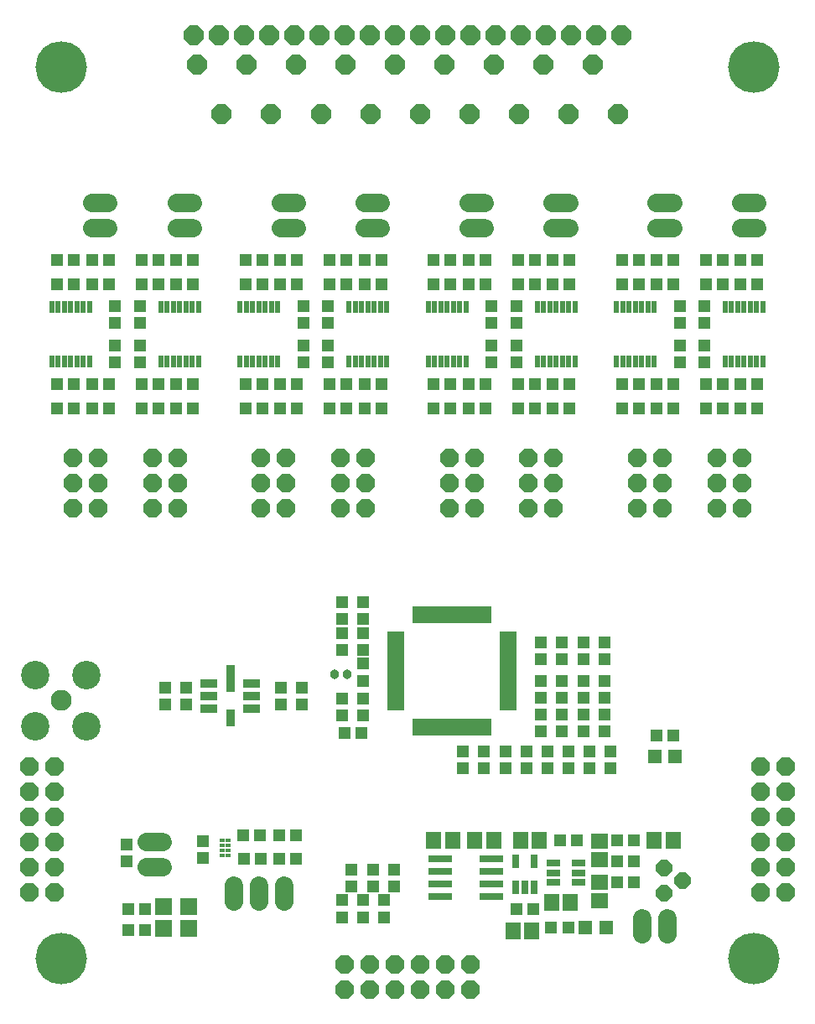
<source format=gbr>
G04 EAGLE Gerber RS-274X export*
G75*
%MOMM*%
%FSLAX34Y34*%
%LPD*%
%INSoldermask Top*%
%IPPOS*%
%AMOC8*
5,1,8,0,0,1.08239X$1,22.5*%
G01*
%ADD10C,5.203200*%
%ADD11R,1.203200X1.303200*%
%ADD12R,1.303200X1.203200*%
%ADD13R,0.503200X1.703200*%
%ADD14R,1.703200X0.503200*%
%ADD15P,1.979475X8X292.500000*%
%ADD16P,1.979475X8X112.500000*%
%ADD17R,0.508000X1.193800*%
%ADD18C,1.828800*%
%ADD19P,2.144431X8X22.500000*%
%ADD20R,1.803200X1.703200*%
%ADD21C,2.108200*%
%ADD22C,2.870200*%
%ADD23R,1.403200X0.753200*%
%ADD24R,0.753200X1.403200*%
%ADD25P,1.759533X8X292.500000*%
%ADD26R,1.503200X1.703200*%
%ADD27R,1.703200X1.503200*%
%ADD28P,1.979475X8X202.500000*%
%ADD29P,2.144431X8X112.500000*%
%ADD30R,1.403200X1.403200*%
%ADD31R,2.403200X0.803200*%
%ADD32R,0.903200X2.703200*%
%ADD33R,0.903200X1.803200*%
%ADD34R,1.703200X0.903200*%
%ADD35C,0.965200*%
%ADD36R,0.553200X0.453200*%


D10*
X50000Y50000D03*
X750000Y50000D03*
X750000Y950000D03*
X50000Y950000D03*
D11*
X577500Y296000D03*
X577500Y279000D03*
X556250Y296000D03*
X556250Y279000D03*
X535000Y296000D03*
X535000Y279000D03*
X333750Y378500D03*
X333750Y361500D03*
X355000Y378500D03*
X355000Y361500D03*
X333750Y392750D03*
X333750Y409750D03*
X355000Y392750D03*
X355000Y409750D03*
X598750Y351500D03*
X598750Y368500D03*
X577500Y351500D03*
X577500Y368500D03*
X535000Y351500D03*
X535000Y368500D03*
X556250Y351500D03*
X556250Y368500D03*
X535000Y329750D03*
X535000Y312750D03*
X556250Y329750D03*
X556250Y312750D03*
X355000Y312250D03*
X355000Y295250D03*
D12*
X353500Y277500D03*
X336500Y277500D03*
D11*
X598750Y329750D03*
X598750Y312750D03*
X577500Y329750D03*
X577500Y312750D03*
X333750Y312250D03*
X333750Y295250D03*
X355000Y347250D03*
X355000Y330250D03*
X598750Y296000D03*
X598750Y279000D03*
D12*
X498750Y258500D03*
X498750Y241500D03*
X605000Y241500D03*
X605000Y258500D03*
X583750Y241500D03*
X583750Y258500D03*
X562500Y241500D03*
X562500Y258500D03*
X541250Y241500D03*
X541250Y258500D03*
D13*
X482500Y397000D03*
X477500Y397000D03*
X472500Y397000D03*
X467500Y397000D03*
X462500Y397000D03*
X457500Y397000D03*
X452500Y397000D03*
X447500Y397000D03*
X442500Y397000D03*
X437500Y397000D03*
X432500Y397000D03*
X427500Y397000D03*
X422500Y397000D03*
X417500Y397000D03*
X412500Y397000D03*
X407500Y397000D03*
D14*
X388000Y377500D03*
X388000Y372500D03*
X388000Y367500D03*
X388000Y362500D03*
X388000Y357500D03*
X388000Y352500D03*
X388000Y347500D03*
X388000Y342500D03*
X388000Y337500D03*
X388000Y332500D03*
X388000Y327500D03*
X388000Y322500D03*
X388000Y317500D03*
X388000Y312500D03*
X388000Y307500D03*
X388000Y302500D03*
D13*
X407500Y283000D03*
X412500Y283000D03*
X417500Y283000D03*
X422500Y283000D03*
X427500Y283000D03*
X432500Y283000D03*
X437500Y283000D03*
X442500Y283000D03*
X447500Y283000D03*
X452500Y283000D03*
X457500Y283000D03*
X462500Y283000D03*
X467500Y283000D03*
X472500Y283000D03*
X477500Y283000D03*
X482500Y283000D03*
D14*
X502000Y302500D03*
X502000Y307500D03*
X502000Y312500D03*
X502000Y317500D03*
X502000Y322500D03*
X502000Y327500D03*
X502000Y332500D03*
X502000Y337500D03*
X502000Y342500D03*
X502000Y347500D03*
X502000Y352500D03*
X502000Y357500D03*
X502000Y362500D03*
X502000Y367500D03*
X502000Y372500D03*
X502000Y377500D03*
D12*
X520000Y258500D03*
X520000Y241500D03*
D15*
X781900Y243500D03*
X781900Y218100D03*
X781900Y192700D03*
X781900Y167300D03*
X781900Y141900D03*
X781900Y116500D03*
X756500Y243500D03*
X756500Y218100D03*
X756500Y192700D03*
X756500Y167300D03*
X756500Y141900D03*
X756500Y116500D03*
D16*
X18100Y116500D03*
X18100Y141900D03*
X18100Y167300D03*
X18100Y192700D03*
X18100Y218100D03*
X18100Y243500D03*
X43500Y116500D03*
X43500Y141900D03*
X43500Y167300D03*
X43500Y192700D03*
X43500Y218100D03*
X43500Y243500D03*
D17*
X79050Y707178D03*
X72700Y707178D03*
X66350Y707178D03*
X60000Y707178D03*
X53650Y707178D03*
X47300Y707178D03*
X40950Y707178D03*
X79050Y652822D03*
X72700Y652822D03*
X66350Y652822D03*
X60000Y652822D03*
X53650Y652822D03*
X47300Y652822D03*
X40950Y652822D03*
D11*
X98500Y755000D03*
X81500Y755000D03*
D12*
X81500Y730000D03*
X98500Y730000D03*
D11*
X105000Y691500D03*
X105000Y708500D03*
X105000Y668500D03*
X105000Y651500D03*
X98500Y630000D03*
X81500Y630000D03*
D12*
X81500Y605000D03*
X98500Y605000D03*
D11*
X46500Y755000D03*
X63500Y755000D03*
D12*
X63500Y730000D03*
X46500Y730000D03*
D11*
X46500Y630000D03*
X63500Y630000D03*
D12*
X63500Y605000D03*
X46500Y605000D03*
D17*
X189050Y707178D03*
X182700Y707178D03*
X176350Y707178D03*
X170000Y707178D03*
X163650Y707178D03*
X157300Y707178D03*
X150950Y707178D03*
X189050Y652822D03*
X182700Y652822D03*
X176350Y652822D03*
X170000Y652822D03*
X163650Y652822D03*
X157300Y652822D03*
X150950Y652822D03*
D11*
X183500Y755000D03*
X166500Y755000D03*
D12*
X166500Y730000D03*
X183500Y730000D03*
D11*
X130000Y691500D03*
X130000Y708500D03*
X130000Y668500D03*
X130000Y651500D03*
X183500Y630000D03*
X166500Y630000D03*
D12*
X166500Y605000D03*
X183500Y605000D03*
D11*
X131500Y755000D03*
X148500Y755000D03*
D12*
X148500Y730000D03*
X131500Y730000D03*
D11*
X131500Y630000D03*
X148500Y630000D03*
D12*
X148500Y605000D03*
X131500Y605000D03*
D18*
X98128Y812700D02*
X81872Y812700D01*
X81872Y787300D02*
X98128Y787300D01*
X166872Y812700D02*
X183128Y812700D01*
X183128Y787300D02*
X166872Y787300D01*
D16*
X87700Y504600D03*
X62300Y504600D03*
X87700Y530000D03*
X62300Y530000D03*
X87700Y555400D03*
X62300Y555400D03*
X167700Y504600D03*
X142300Y504600D03*
X167700Y530000D03*
X142300Y530000D03*
X167700Y555400D03*
X142300Y555400D03*
D17*
X269050Y707178D03*
X262700Y707178D03*
X256350Y707178D03*
X250000Y707178D03*
X243650Y707178D03*
X237300Y707178D03*
X230950Y707178D03*
X269050Y652822D03*
X262700Y652822D03*
X256350Y652822D03*
X250000Y652822D03*
X243650Y652822D03*
X237300Y652822D03*
X230950Y652822D03*
D11*
X288500Y755000D03*
X271500Y755000D03*
D12*
X271500Y730000D03*
X288500Y730000D03*
D11*
X295000Y691500D03*
X295000Y708500D03*
X295000Y668500D03*
X295000Y651500D03*
X288500Y630000D03*
X271500Y630000D03*
D12*
X271500Y605000D03*
X288500Y605000D03*
D11*
X236500Y755000D03*
X253500Y755000D03*
D12*
X253500Y730000D03*
X236500Y730000D03*
D11*
X236500Y630000D03*
X253500Y630000D03*
D12*
X253500Y605000D03*
X236500Y605000D03*
D17*
X379050Y707178D03*
X372700Y707178D03*
X366350Y707178D03*
X360000Y707178D03*
X353650Y707178D03*
X347300Y707178D03*
X340950Y707178D03*
X379050Y652822D03*
X372700Y652822D03*
X366350Y652822D03*
X360000Y652822D03*
X353650Y652822D03*
X347300Y652822D03*
X340950Y652822D03*
D11*
X373500Y755000D03*
X356500Y755000D03*
D12*
X356500Y730000D03*
X373500Y730000D03*
D11*
X320000Y691500D03*
X320000Y708500D03*
X320000Y668500D03*
X320000Y651500D03*
X373500Y630000D03*
X356500Y630000D03*
D12*
X356500Y605000D03*
X373500Y605000D03*
D11*
X321500Y755000D03*
X338500Y755000D03*
D12*
X338500Y730000D03*
X321500Y730000D03*
D11*
X321500Y630000D03*
X338500Y630000D03*
D12*
X338500Y605000D03*
X321500Y605000D03*
D18*
X288128Y812700D02*
X271872Y812700D01*
X271872Y787300D02*
X288128Y787300D01*
X356872Y812700D02*
X373128Y812700D01*
X373128Y787300D02*
X356872Y787300D01*
D16*
X277700Y504600D03*
X252300Y504600D03*
X277700Y530000D03*
X252300Y530000D03*
X277700Y555400D03*
X252300Y555400D03*
X357700Y504600D03*
X332300Y504600D03*
X357700Y530000D03*
X332300Y530000D03*
X357700Y555400D03*
X332300Y555400D03*
D17*
X459050Y707178D03*
X452700Y707178D03*
X446350Y707178D03*
X440000Y707178D03*
X433650Y707178D03*
X427300Y707178D03*
X420950Y707178D03*
X459050Y652822D03*
X452700Y652822D03*
X446350Y652822D03*
X440000Y652822D03*
X433650Y652822D03*
X427300Y652822D03*
X420950Y652822D03*
D11*
X478500Y755000D03*
X461500Y755000D03*
D12*
X461500Y730000D03*
X478500Y730000D03*
D11*
X485000Y691500D03*
X485000Y708500D03*
X485000Y668500D03*
X485000Y651500D03*
X478500Y630000D03*
X461500Y630000D03*
D12*
X461500Y605000D03*
X478500Y605000D03*
D11*
X426500Y755000D03*
X443500Y755000D03*
D12*
X443500Y730000D03*
X426500Y730000D03*
D11*
X426500Y630000D03*
X443500Y630000D03*
D12*
X443500Y605000D03*
X426500Y605000D03*
D17*
X569050Y707178D03*
X562700Y707178D03*
X556350Y707178D03*
X550000Y707178D03*
X543650Y707178D03*
X537300Y707178D03*
X530950Y707178D03*
X569050Y652822D03*
X562700Y652822D03*
X556350Y652822D03*
X550000Y652822D03*
X543650Y652822D03*
X537300Y652822D03*
X530950Y652822D03*
D11*
X563500Y755000D03*
X546500Y755000D03*
D12*
X546500Y730000D03*
X563500Y730000D03*
D11*
X510000Y691500D03*
X510000Y708500D03*
X510000Y668500D03*
X510000Y651500D03*
X563500Y630000D03*
X546500Y630000D03*
D12*
X546500Y605000D03*
X563500Y605000D03*
D11*
X511500Y755000D03*
X528500Y755000D03*
D12*
X528500Y730000D03*
X511500Y730000D03*
D11*
X511500Y630000D03*
X528500Y630000D03*
D12*
X528500Y605000D03*
X511500Y605000D03*
D18*
X478128Y812700D02*
X461872Y812700D01*
X461872Y787300D02*
X478128Y787300D01*
X546872Y812700D02*
X563128Y812700D01*
X563128Y787300D02*
X546872Y787300D01*
D16*
X467700Y504600D03*
X442300Y504600D03*
X467700Y530000D03*
X442300Y530000D03*
X467700Y555400D03*
X442300Y555400D03*
X547700Y504600D03*
X522300Y504600D03*
X547700Y530000D03*
X522300Y530000D03*
X547700Y555400D03*
X522300Y555400D03*
D17*
X649050Y707178D03*
X642700Y707178D03*
X636350Y707178D03*
X630000Y707178D03*
X623650Y707178D03*
X617300Y707178D03*
X610950Y707178D03*
X649050Y652822D03*
X642700Y652822D03*
X636350Y652822D03*
X630000Y652822D03*
X623650Y652822D03*
X617300Y652822D03*
X610950Y652822D03*
D11*
X668500Y755000D03*
X651500Y755000D03*
D12*
X651500Y730000D03*
X668500Y730000D03*
D11*
X675000Y691500D03*
X675000Y708500D03*
X675000Y668500D03*
X675000Y651500D03*
X668500Y630000D03*
X651500Y630000D03*
D12*
X651500Y605000D03*
X668500Y605000D03*
D11*
X616500Y755000D03*
X633500Y755000D03*
D12*
X633500Y730000D03*
X616500Y730000D03*
D11*
X616500Y630000D03*
X633500Y630000D03*
D12*
X633500Y605000D03*
X616500Y605000D03*
D17*
X759050Y707178D03*
X752700Y707178D03*
X746350Y707178D03*
X740000Y707178D03*
X733650Y707178D03*
X727300Y707178D03*
X720950Y707178D03*
X759050Y652822D03*
X752700Y652822D03*
X746350Y652822D03*
X740000Y652822D03*
X733650Y652822D03*
X727300Y652822D03*
X720950Y652822D03*
D11*
X753500Y755000D03*
X736500Y755000D03*
D12*
X736500Y730000D03*
X753500Y730000D03*
D11*
X700000Y691500D03*
X700000Y708500D03*
X700000Y668500D03*
X700000Y651500D03*
X753500Y630000D03*
X736500Y630000D03*
D12*
X736500Y605000D03*
X753500Y605000D03*
D11*
X701500Y755000D03*
X718500Y755000D03*
D12*
X718500Y730000D03*
X701500Y730000D03*
D11*
X701500Y630000D03*
X718500Y630000D03*
D12*
X718500Y605000D03*
X701500Y605000D03*
D18*
X668128Y812700D02*
X651872Y812700D01*
X651872Y787300D02*
X668128Y787300D01*
X736872Y812700D02*
X753128Y812700D01*
X753128Y787300D02*
X736872Y787300D01*
D16*
X657700Y504600D03*
X632300Y504600D03*
X657700Y530000D03*
X632300Y530000D03*
X657700Y555400D03*
X632300Y555400D03*
X737700Y504600D03*
X712300Y504600D03*
X737700Y530000D03*
X712300Y530000D03*
X737700Y555400D03*
X712300Y555400D03*
D11*
X176250Y323500D03*
X176250Y306500D03*
D19*
X612500Y902500D03*
X587500Y952500D03*
X562500Y902500D03*
X537500Y952500D03*
X512500Y902500D03*
X487500Y952500D03*
X462500Y902500D03*
X437500Y952500D03*
X412500Y902500D03*
X387500Y952500D03*
X362500Y902500D03*
X337500Y952500D03*
X312500Y902500D03*
X287500Y952500D03*
X262500Y902500D03*
X237500Y952500D03*
X212500Y902500D03*
X187500Y952500D03*
D20*
X178950Y102250D03*
X178950Y80250D03*
X153550Y102250D03*
X153550Y80250D03*
D12*
X134750Y100000D03*
X117750Y100000D03*
D11*
X117750Y78750D03*
X134750Y78750D03*
D18*
X136872Y167700D02*
X153128Y167700D01*
X153128Y142300D02*
X136872Y142300D01*
D12*
X116250Y164750D03*
X116250Y147750D03*
D18*
X224600Y123128D02*
X224600Y106872D01*
X250000Y106872D02*
X250000Y123128D01*
X275400Y123128D02*
X275400Y106872D01*
D21*
X50000Y310000D03*
D22*
X24501Y284501D03*
X24501Y335499D03*
X75499Y335499D03*
X75499Y284501D03*
D23*
X573000Y126750D03*
X573000Y136250D03*
X573000Y145750D03*
X547000Y145750D03*
X547000Y126750D03*
X547000Y136250D03*
D24*
X509250Y122000D03*
X518750Y122000D03*
X528250Y122000D03*
X528250Y148000D03*
X509250Y148000D03*
D25*
X658750Y141450D03*
X677800Y128750D03*
X658750Y116050D03*
D12*
X527250Y100000D03*
X510250Y100000D03*
D26*
X545500Y106250D03*
X564500Y106250D03*
D27*
X593750Y168250D03*
X593750Y149250D03*
D26*
X525750Y77500D03*
X506750Y77500D03*
X514250Y168750D03*
X533250Y168750D03*
D12*
X554000Y168750D03*
X571000Y168750D03*
D27*
X593750Y127000D03*
X593750Y108000D03*
D26*
X649250Y168750D03*
X668250Y168750D03*
D11*
X611500Y168750D03*
X628500Y168750D03*
X628500Y147500D03*
X611500Y147500D03*
X611500Y126250D03*
X628500Y126250D03*
D28*
X463500Y18100D03*
X438100Y18100D03*
X412700Y18100D03*
X387300Y18100D03*
X361900Y18100D03*
X336500Y18100D03*
X463500Y43500D03*
X438100Y43500D03*
X412700Y43500D03*
X387300Y43500D03*
X361900Y43500D03*
X336500Y43500D03*
D12*
X376250Y108500D03*
X376250Y91500D03*
X333750Y108500D03*
X333750Y91500D03*
X456250Y258500D03*
X456250Y241500D03*
X386250Y139750D03*
X386250Y122750D03*
D29*
X184100Y981900D03*
X209500Y981900D03*
X234900Y981900D03*
X260300Y981900D03*
X285700Y981900D03*
X311100Y981900D03*
X336500Y981900D03*
X361900Y981900D03*
X387300Y981900D03*
X412700Y981900D03*
X438100Y981900D03*
X463500Y981900D03*
X488900Y981900D03*
X514300Y981900D03*
X539700Y981900D03*
X565100Y981900D03*
X590500Y981900D03*
X615900Y981900D03*
D30*
X579500Y81250D03*
X600500Y81250D03*
X670500Y253750D03*
X649500Y253750D03*
D11*
X562250Y81250D03*
X545250Y81250D03*
X668500Y275000D03*
X651500Y275000D03*
D31*
X432750Y137600D03*
X484750Y137600D03*
X432750Y150300D03*
X432750Y124900D03*
X432750Y112200D03*
X484750Y150300D03*
X484750Y124900D03*
X484750Y112200D03*
D26*
X426750Y168750D03*
X445750Y168750D03*
X468000Y168750D03*
X487000Y168750D03*
D18*
X637300Y90628D02*
X637300Y74372D01*
X662700Y74372D02*
X662700Y90628D01*
D11*
X293750Y323500D03*
X293750Y306500D03*
X272500Y323500D03*
X272500Y306500D03*
D32*
X221250Y332500D03*
D33*
X221250Y293000D03*
D34*
X199750Y315000D03*
X199750Y327700D03*
X199750Y302300D03*
X242750Y327700D03*
X242750Y315000D03*
X242750Y302300D03*
D35*
X338750Y336250D03*
D11*
X155000Y323500D03*
X155000Y306500D03*
D36*
X213250Y168750D03*
X213250Y163750D03*
X213250Y158750D03*
X213250Y153750D03*
X219250Y153750D03*
X219250Y158750D03*
X219250Y163750D03*
X219250Y168750D03*
D11*
X193750Y168500D03*
X193750Y151500D03*
D12*
X365000Y122750D03*
X365000Y139750D03*
X477500Y241500D03*
X477500Y258500D03*
X343750Y122750D03*
X343750Y139750D03*
X355000Y91500D03*
X355000Y108500D03*
D35*
X326250Y336250D03*
D11*
X270250Y150000D03*
X287250Y150000D03*
X270250Y173750D03*
X287250Y173750D03*
X252250Y150000D03*
X235250Y150000D03*
X251000Y173750D03*
X234000Y173750D03*
M02*

</source>
